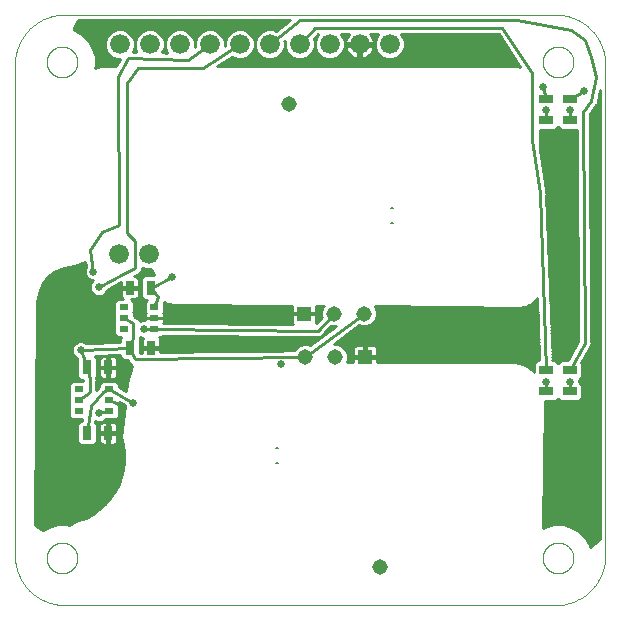
<source format=gtl>
G75*
%MOIN*%
%OFA0B0*%
%FSLAX25Y25*%
%IPPOS*%
%LPD*%
%AMOC8*
5,1,8,0,0,1.08239X$1,22.5*
%
%ADD10C,0.00000*%
%ADD11C,0.06600*%
%ADD12R,0.03150X0.02008*%
%ADD13R,0.03150X0.04724*%
%ADD14R,0.04724X0.03150*%
%ADD15C,0.05150*%
%ADD16R,0.05150X0.05150*%
%ADD17C,0.00800*%
%ADD18C,0.01000*%
%ADD19C,0.02500*%
D10*
X0001000Y0017703D02*
X0001000Y0181147D01*
X0011630Y0182102D02*
X0011632Y0182245D01*
X0011638Y0182388D01*
X0011648Y0182530D01*
X0011662Y0182672D01*
X0011680Y0182814D01*
X0011702Y0182956D01*
X0011727Y0183096D01*
X0011757Y0183236D01*
X0011791Y0183375D01*
X0011828Y0183513D01*
X0011870Y0183650D01*
X0011915Y0183785D01*
X0011964Y0183919D01*
X0012016Y0184052D01*
X0012072Y0184184D01*
X0012132Y0184313D01*
X0012196Y0184441D01*
X0012263Y0184568D01*
X0012334Y0184692D01*
X0012408Y0184814D01*
X0012485Y0184934D01*
X0012566Y0185052D01*
X0012650Y0185168D01*
X0012737Y0185281D01*
X0012827Y0185392D01*
X0012921Y0185500D01*
X0013017Y0185606D01*
X0013116Y0185708D01*
X0013219Y0185808D01*
X0013323Y0185905D01*
X0013431Y0186000D01*
X0013541Y0186091D01*
X0013654Y0186179D01*
X0013769Y0186263D01*
X0013886Y0186345D01*
X0014006Y0186423D01*
X0014127Y0186498D01*
X0014251Y0186570D01*
X0014377Y0186638D01*
X0014504Y0186702D01*
X0014634Y0186763D01*
X0014765Y0186820D01*
X0014897Y0186874D01*
X0015031Y0186923D01*
X0015166Y0186970D01*
X0015303Y0187012D01*
X0015441Y0187050D01*
X0015579Y0187085D01*
X0015719Y0187115D01*
X0015859Y0187142D01*
X0016000Y0187165D01*
X0016142Y0187184D01*
X0016284Y0187199D01*
X0016427Y0187210D01*
X0016569Y0187217D01*
X0016712Y0187220D01*
X0016855Y0187219D01*
X0016998Y0187214D01*
X0017141Y0187205D01*
X0017283Y0187192D01*
X0017425Y0187175D01*
X0017566Y0187154D01*
X0017707Y0187129D01*
X0017847Y0187101D01*
X0017986Y0187068D01*
X0018124Y0187031D01*
X0018261Y0186991D01*
X0018397Y0186947D01*
X0018532Y0186899D01*
X0018665Y0186847D01*
X0018797Y0186792D01*
X0018927Y0186733D01*
X0019056Y0186670D01*
X0019182Y0186604D01*
X0019307Y0186534D01*
X0019430Y0186461D01*
X0019550Y0186385D01*
X0019669Y0186305D01*
X0019785Y0186221D01*
X0019899Y0186135D01*
X0020010Y0186045D01*
X0020119Y0185953D01*
X0020225Y0185857D01*
X0020329Y0185759D01*
X0020430Y0185657D01*
X0020527Y0185553D01*
X0020622Y0185446D01*
X0020714Y0185337D01*
X0020803Y0185225D01*
X0020889Y0185110D01*
X0020971Y0184994D01*
X0021050Y0184874D01*
X0021126Y0184753D01*
X0021198Y0184630D01*
X0021267Y0184505D01*
X0021332Y0184378D01*
X0021394Y0184249D01*
X0021452Y0184118D01*
X0021507Y0183986D01*
X0021557Y0183852D01*
X0021604Y0183717D01*
X0021648Y0183581D01*
X0021687Y0183444D01*
X0021722Y0183305D01*
X0021754Y0183166D01*
X0021782Y0183026D01*
X0021806Y0182885D01*
X0021826Y0182743D01*
X0021842Y0182601D01*
X0021854Y0182459D01*
X0021862Y0182316D01*
X0021866Y0182173D01*
X0021866Y0182031D01*
X0021862Y0181888D01*
X0021854Y0181745D01*
X0021842Y0181603D01*
X0021826Y0181461D01*
X0021806Y0181319D01*
X0021782Y0181178D01*
X0021754Y0181038D01*
X0021722Y0180899D01*
X0021687Y0180760D01*
X0021648Y0180623D01*
X0021604Y0180487D01*
X0021557Y0180352D01*
X0021507Y0180218D01*
X0021452Y0180086D01*
X0021394Y0179955D01*
X0021332Y0179826D01*
X0021267Y0179699D01*
X0021198Y0179574D01*
X0021126Y0179451D01*
X0021050Y0179330D01*
X0020971Y0179210D01*
X0020889Y0179094D01*
X0020803Y0178979D01*
X0020714Y0178867D01*
X0020622Y0178758D01*
X0020527Y0178651D01*
X0020430Y0178547D01*
X0020329Y0178445D01*
X0020225Y0178347D01*
X0020119Y0178251D01*
X0020010Y0178159D01*
X0019899Y0178069D01*
X0019785Y0177983D01*
X0019669Y0177899D01*
X0019550Y0177819D01*
X0019430Y0177743D01*
X0019307Y0177670D01*
X0019182Y0177600D01*
X0019056Y0177534D01*
X0018927Y0177471D01*
X0018797Y0177412D01*
X0018665Y0177357D01*
X0018532Y0177305D01*
X0018397Y0177257D01*
X0018261Y0177213D01*
X0018124Y0177173D01*
X0017986Y0177136D01*
X0017847Y0177103D01*
X0017707Y0177075D01*
X0017566Y0177050D01*
X0017425Y0177029D01*
X0017283Y0177012D01*
X0017141Y0176999D01*
X0016998Y0176990D01*
X0016855Y0176985D01*
X0016712Y0176984D01*
X0016569Y0176987D01*
X0016427Y0176994D01*
X0016284Y0177005D01*
X0016142Y0177020D01*
X0016000Y0177039D01*
X0015859Y0177062D01*
X0015719Y0177089D01*
X0015579Y0177119D01*
X0015441Y0177154D01*
X0015303Y0177192D01*
X0015166Y0177234D01*
X0015031Y0177281D01*
X0014897Y0177330D01*
X0014765Y0177384D01*
X0014634Y0177441D01*
X0014504Y0177502D01*
X0014377Y0177566D01*
X0014251Y0177634D01*
X0014127Y0177706D01*
X0014006Y0177781D01*
X0013886Y0177859D01*
X0013769Y0177941D01*
X0013654Y0178025D01*
X0013541Y0178113D01*
X0013431Y0178204D01*
X0013323Y0178299D01*
X0013219Y0178396D01*
X0013116Y0178496D01*
X0013017Y0178598D01*
X0012921Y0178704D01*
X0012827Y0178812D01*
X0012737Y0178923D01*
X0012650Y0179036D01*
X0012566Y0179152D01*
X0012485Y0179270D01*
X0012408Y0179390D01*
X0012334Y0179512D01*
X0012263Y0179636D01*
X0012196Y0179763D01*
X0012132Y0179891D01*
X0012072Y0180020D01*
X0012016Y0180152D01*
X0011964Y0180285D01*
X0011915Y0180419D01*
X0011870Y0180554D01*
X0011828Y0180691D01*
X0011791Y0180829D01*
X0011757Y0180968D01*
X0011727Y0181108D01*
X0011702Y0181248D01*
X0011680Y0181390D01*
X0011662Y0181532D01*
X0011648Y0181674D01*
X0011638Y0181816D01*
X0011632Y0181959D01*
X0011630Y0182102D01*
X0001000Y0181147D02*
X0001005Y0181557D01*
X0001020Y0181967D01*
X0001045Y0182376D01*
X0001080Y0182784D01*
X0001126Y0183192D01*
X0001181Y0183598D01*
X0001246Y0184003D01*
X0001321Y0184406D01*
X0001406Y0184807D01*
X0001501Y0185205D01*
X0001605Y0185602D01*
X0001719Y0185996D01*
X0001843Y0186386D01*
X0001976Y0186774D01*
X0002119Y0187158D01*
X0002271Y0187539D01*
X0002433Y0187916D01*
X0002604Y0188288D01*
X0002783Y0188657D01*
X0002972Y0189021D01*
X0003170Y0189380D01*
X0003376Y0189734D01*
X0003591Y0190083D01*
X0003815Y0190427D01*
X0004047Y0190765D01*
X0004287Y0191097D01*
X0004535Y0191423D01*
X0004791Y0191743D01*
X0005055Y0192057D01*
X0005327Y0192364D01*
X0005606Y0192664D01*
X0005892Y0192958D01*
X0006186Y0193244D01*
X0006486Y0193523D01*
X0006793Y0193795D01*
X0007107Y0194059D01*
X0007427Y0194315D01*
X0007753Y0194563D01*
X0008085Y0194803D01*
X0008423Y0195035D01*
X0008767Y0195259D01*
X0009116Y0195474D01*
X0009470Y0195680D01*
X0009829Y0195878D01*
X0010193Y0196067D01*
X0010562Y0196246D01*
X0010934Y0196417D01*
X0011311Y0196579D01*
X0011692Y0196731D01*
X0012076Y0196874D01*
X0012464Y0197007D01*
X0012854Y0197131D01*
X0013248Y0197245D01*
X0013645Y0197349D01*
X0014043Y0197444D01*
X0014444Y0197529D01*
X0014847Y0197604D01*
X0015252Y0197669D01*
X0015658Y0197724D01*
X0016066Y0197770D01*
X0016474Y0197805D01*
X0016883Y0197830D01*
X0017293Y0197845D01*
X0017703Y0197850D01*
X0181147Y0197850D01*
X0176984Y0182102D02*
X0176986Y0182245D01*
X0176992Y0182388D01*
X0177002Y0182530D01*
X0177016Y0182672D01*
X0177034Y0182814D01*
X0177056Y0182956D01*
X0177081Y0183096D01*
X0177111Y0183236D01*
X0177145Y0183375D01*
X0177182Y0183513D01*
X0177224Y0183650D01*
X0177269Y0183785D01*
X0177318Y0183919D01*
X0177370Y0184052D01*
X0177426Y0184184D01*
X0177486Y0184313D01*
X0177550Y0184441D01*
X0177617Y0184568D01*
X0177688Y0184692D01*
X0177762Y0184814D01*
X0177839Y0184934D01*
X0177920Y0185052D01*
X0178004Y0185168D01*
X0178091Y0185281D01*
X0178181Y0185392D01*
X0178275Y0185500D01*
X0178371Y0185606D01*
X0178470Y0185708D01*
X0178573Y0185808D01*
X0178677Y0185905D01*
X0178785Y0186000D01*
X0178895Y0186091D01*
X0179008Y0186179D01*
X0179123Y0186263D01*
X0179240Y0186345D01*
X0179360Y0186423D01*
X0179481Y0186498D01*
X0179605Y0186570D01*
X0179731Y0186638D01*
X0179858Y0186702D01*
X0179988Y0186763D01*
X0180119Y0186820D01*
X0180251Y0186874D01*
X0180385Y0186923D01*
X0180520Y0186970D01*
X0180657Y0187012D01*
X0180795Y0187050D01*
X0180933Y0187085D01*
X0181073Y0187115D01*
X0181213Y0187142D01*
X0181354Y0187165D01*
X0181496Y0187184D01*
X0181638Y0187199D01*
X0181781Y0187210D01*
X0181923Y0187217D01*
X0182066Y0187220D01*
X0182209Y0187219D01*
X0182352Y0187214D01*
X0182495Y0187205D01*
X0182637Y0187192D01*
X0182779Y0187175D01*
X0182920Y0187154D01*
X0183061Y0187129D01*
X0183201Y0187101D01*
X0183340Y0187068D01*
X0183478Y0187031D01*
X0183615Y0186991D01*
X0183751Y0186947D01*
X0183886Y0186899D01*
X0184019Y0186847D01*
X0184151Y0186792D01*
X0184281Y0186733D01*
X0184410Y0186670D01*
X0184536Y0186604D01*
X0184661Y0186534D01*
X0184784Y0186461D01*
X0184904Y0186385D01*
X0185023Y0186305D01*
X0185139Y0186221D01*
X0185253Y0186135D01*
X0185364Y0186045D01*
X0185473Y0185953D01*
X0185579Y0185857D01*
X0185683Y0185759D01*
X0185784Y0185657D01*
X0185881Y0185553D01*
X0185976Y0185446D01*
X0186068Y0185337D01*
X0186157Y0185225D01*
X0186243Y0185110D01*
X0186325Y0184994D01*
X0186404Y0184874D01*
X0186480Y0184753D01*
X0186552Y0184630D01*
X0186621Y0184505D01*
X0186686Y0184378D01*
X0186748Y0184249D01*
X0186806Y0184118D01*
X0186861Y0183986D01*
X0186911Y0183852D01*
X0186958Y0183717D01*
X0187002Y0183581D01*
X0187041Y0183444D01*
X0187076Y0183305D01*
X0187108Y0183166D01*
X0187136Y0183026D01*
X0187160Y0182885D01*
X0187180Y0182743D01*
X0187196Y0182601D01*
X0187208Y0182459D01*
X0187216Y0182316D01*
X0187220Y0182173D01*
X0187220Y0182031D01*
X0187216Y0181888D01*
X0187208Y0181745D01*
X0187196Y0181603D01*
X0187180Y0181461D01*
X0187160Y0181319D01*
X0187136Y0181178D01*
X0187108Y0181038D01*
X0187076Y0180899D01*
X0187041Y0180760D01*
X0187002Y0180623D01*
X0186958Y0180487D01*
X0186911Y0180352D01*
X0186861Y0180218D01*
X0186806Y0180086D01*
X0186748Y0179955D01*
X0186686Y0179826D01*
X0186621Y0179699D01*
X0186552Y0179574D01*
X0186480Y0179451D01*
X0186404Y0179330D01*
X0186325Y0179210D01*
X0186243Y0179094D01*
X0186157Y0178979D01*
X0186068Y0178867D01*
X0185976Y0178758D01*
X0185881Y0178651D01*
X0185784Y0178547D01*
X0185683Y0178445D01*
X0185579Y0178347D01*
X0185473Y0178251D01*
X0185364Y0178159D01*
X0185253Y0178069D01*
X0185139Y0177983D01*
X0185023Y0177899D01*
X0184904Y0177819D01*
X0184784Y0177743D01*
X0184661Y0177670D01*
X0184536Y0177600D01*
X0184410Y0177534D01*
X0184281Y0177471D01*
X0184151Y0177412D01*
X0184019Y0177357D01*
X0183886Y0177305D01*
X0183751Y0177257D01*
X0183615Y0177213D01*
X0183478Y0177173D01*
X0183340Y0177136D01*
X0183201Y0177103D01*
X0183061Y0177075D01*
X0182920Y0177050D01*
X0182779Y0177029D01*
X0182637Y0177012D01*
X0182495Y0176999D01*
X0182352Y0176990D01*
X0182209Y0176985D01*
X0182066Y0176984D01*
X0181923Y0176987D01*
X0181781Y0176994D01*
X0181638Y0177005D01*
X0181496Y0177020D01*
X0181354Y0177039D01*
X0181213Y0177062D01*
X0181073Y0177089D01*
X0180933Y0177119D01*
X0180795Y0177154D01*
X0180657Y0177192D01*
X0180520Y0177234D01*
X0180385Y0177281D01*
X0180251Y0177330D01*
X0180119Y0177384D01*
X0179988Y0177441D01*
X0179858Y0177502D01*
X0179731Y0177566D01*
X0179605Y0177634D01*
X0179481Y0177706D01*
X0179360Y0177781D01*
X0179240Y0177859D01*
X0179123Y0177941D01*
X0179008Y0178025D01*
X0178895Y0178113D01*
X0178785Y0178204D01*
X0178677Y0178299D01*
X0178573Y0178396D01*
X0178470Y0178496D01*
X0178371Y0178598D01*
X0178275Y0178704D01*
X0178181Y0178812D01*
X0178091Y0178923D01*
X0178004Y0179036D01*
X0177920Y0179152D01*
X0177839Y0179270D01*
X0177762Y0179390D01*
X0177688Y0179512D01*
X0177617Y0179636D01*
X0177550Y0179763D01*
X0177486Y0179891D01*
X0177426Y0180020D01*
X0177370Y0180152D01*
X0177318Y0180285D01*
X0177269Y0180419D01*
X0177224Y0180554D01*
X0177182Y0180691D01*
X0177145Y0180829D01*
X0177111Y0180968D01*
X0177081Y0181108D01*
X0177056Y0181248D01*
X0177034Y0181390D01*
X0177016Y0181532D01*
X0177002Y0181674D01*
X0176992Y0181816D01*
X0176986Y0181959D01*
X0176984Y0182102D01*
X0181147Y0197850D02*
X0181551Y0197845D01*
X0181954Y0197830D01*
X0182357Y0197806D01*
X0182759Y0197772D01*
X0183160Y0197728D01*
X0183560Y0197675D01*
X0183959Y0197612D01*
X0184356Y0197539D01*
X0184751Y0197456D01*
X0185144Y0197365D01*
X0185535Y0197263D01*
X0185923Y0197153D01*
X0186309Y0197032D01*
X0186691Y0196903D01*
X0187070Y0196765D01*
X0187446Y0196617D01*
X0187818Y0196460D01*
X0188186Y0196295D01*
X0188550Y0196120D01*
X0188909Y0195937D01*
X0189264Y0195745D01*
X0189615Y0195544D01*
X0189960Y0195336D01*
X0190300Y0195119D01*
X0190635Y0194893D01*
X0190965Y0194660D01*
X0191288Y0194419D01*
X0191606Y0194170D01*
X0191918Y0193913D01*
X0192223Y0193649D01*
X0192522Y0193378D01*
X0192814Y0193100D01*
X0193100Y0192814D01*
X0193378Y0192522D01*
X0193649Y0192223D01*
X0193913Y0191918D01*
X0194170Y0191606D01*
X0194419Y0191288D01*
X0194660Y0190965D01*
X0194893Y0190635D01*
X0195119Y0190300D01*
X0195336Y0189960D01*
X0195544Y0189615D01*
X0195745Y0189264D01*
X0195937Y0188909D01*
X0196120Y0188550D01*
X0196295Y0188186D01*
X0196460Y0187818D01*
X0196617Y0187446D01*
X0196765Y0187070D01*
X0196903Y0186691D01*
X0197032Y0186309D01*
X0197153Y0185923D01*
X0197263Y0185535D01*
X0197365Y0185144D01*
X0197456Y0184751D01*
X0197539Y0184356D01*
X0197612Y0183959D01*
X0197675Y0183560D01*
X0197728Y0183160D01*
X0197772Y0182759D01*
X0197806Y0182357D01*
X0197830Y0181954D01*
X0197845Y0181551D01*
X0197850Y0181147D01*
X0197850Y0017703D01*
X0176984Y0016748D02*
X0176986Y0016891D01*
X0176992Y0017034D01*
X0177002Y0017176D01*
X0177016Y0017318D01*
X0177034Y0017460D01*
X0177056Y0017602D01*
X0177081Y0017742D01*
X0177111Y0017882D01*
X0177145Y0018021D01*
X0177182Y0018159D01*
X0177224Y0018296D01*
X0177269Y0018431D01*
X0177318Y0018565D01*
X0177370Y0018698D01*
X0177426Y0018830D01*
X0177486Y0018959D01*
X0177550Y0019087D01*
X0177617Y0019214D01*
X0177688Y0019338D01*
X0177762Y0019460D01*
X0177839Y0019580D01*
X0177920Y0019698D01*
X0178004Y0019814D01*
X0178091Y0019927D01*
X0178181Y0020038D01*
X0178275Y0020146D01*
X0178371Y0020252D01*
X0178470Y0020354D01*
X0178573Y0020454D01*
X0178677Y0020551D01*
X0178785Y0020646D01*
X0178895Y0020737D01*
X0179008Y0020825D01*
X0179123Y0020909D01*
X0179240Y0020991D01*
X0179360Y0021069D01*
X0179481Y0021144D01*
X0179605Y0021216D01*
X0179731Y0021284D01*
X0179858Y0021348D01*
X0179988Y0021409D01*
X0180119Y0021466D01*
X0180251Y0021520D01*
X0180385Y0021569D01*
X0180520Y0021616D01*
X0180657Y0021658D01*
X0180795Y0021696D01*
X0180933Y0021731D01*
X0181073Y0021761D01*
X0181213Y0021788D01*
X0181354Y0021811D01*
X0181496Y0021830D01*
X0181638Y0021845D01*
X0181781Y0021856D01*
X0181923Y0021863D01*
X0182066Y0021866D01*
X0182209Y0021865D01*
X0182352Y0021860D01*
X0182495Y0021851D01*
X0182637Y0021838D01*
X0182779Y0021821D01*
X0182920Y0021800D01*
X0183061Y0021775D01*
X0183201Y0021747D01*
X0183340Y0021714D01*
X0183478Y0021677D01*
X0183615Y0021637D01*
X0183751Y0021593D01*
X0183886Y0021545D01*
X0184019Y0021493D01*
X0184151Y0021438D01*
X0184281Y0021379D01*
X0184410Y0021316D01*
X0184536Y0021250D01*
X0184661Y0021180D01*
X0184784Y0021107D01*
X0184904Y0021031D01*
X0185023Y0020951D01*
X0185139Y0020867D01*
X0185253Y0020781D01*
X0185364Y0020691D01*
X0185473Y0020599D01*
X0185579Y0020503D01*
X0185683Y0020405D01*
X0185784Y0020303D01*
X0185881Y0020199D01*
X0185976Y0020092D01*
X0186068Y0019983D01*
X0186157Y0019871D01*
X0186243Y0019756D01*
X0186325Y0019640D01*
X0186404Y0019520D01*
X0186480Y0019399D01*
X0186552Y0019276D01*
X0186621Y0019151D01*
X0186686Y0019024D01*
X0186748Y0018895D01*
X0186806Y0018764D01*
X0186861Y0018632D01*
X0186911Y0018498D01*
X0186958Y0018363D01*
X0187002Y0018227D01*
X0187041Y0018090D01*
X0187076Y0017951D01*
X0187108Y0017812D01*
X0187136Y0017672D01*
X0187160Y0017531D01*
X0187180Y0017389D01*
X0187196Y0017247D01*
X0187208Y0017105D01*
X0187216Y0016962D01*
X0187220Y0016819D01*
X0187220Y0016677D01*
X0187216Y0016534D01*
X0187208Y0016391D01*
X0187196Y0016249D01*
X0187180Y0016107D01*
X0187160Y0015965D01*
X0187136Y0015824D01*
X0187108Y0015684D01*
X0187076Y0015545D01*
X0187041Y0015406D01*
X0187002Y0015269D01*
X0186958Y0015133D01*
X0186911Y0014998D01*
X0186861Y0014864D01*
X0186806Y0014732D01*
X0186748Y0014601D01*
X0186686Y0014472D01*
X0186621Y0014345D01*
X0186552Y0014220D01*
X0186480Y0014097D01*
X0186404Y0013976D01*
X0186325Y0013856D01*
X0186243Y0013740D01*
X0186157Y0013625D01*
X0186068Y0013513D01*
X0185976Y0013404D01*
X0185881Y0013297D01*
X0185784Y0013193D01*
X0185683Y0013091D01*
X0185579Y0012993D01*
X0185473Y0012897D01*
X0185364Y0012805D01*
X0185253Y0012715D01*
X0185139Y0012629D01*
X0185023Y0012545D01*
X0184904Y0012465D01*
X0184784Y0012389D01*
X0184661Y0012316D01*
X0184536Y0012246D01*
X0184410Y0012180D01*
X0184281Y0012117D01*
X0184151Y0012058D01*
X0184019Y0012003D01*
X0183886Y0011951D01*
X0183751Y0011903D01*
X0183615Y0011859D01*
X0183478Y0011819D01*
X0183340Y0011782D01*
X0183201Y0011749D01*
X0183061Y0011721D01*
X0182920Y0011696D01*
X0182779Y0011675D01*
X0182637Y0011658D01*
X0182495Y0011645D01*
X0182352Y0011636D01*
X0182209Y0011631D01*
X0182066Y0011630D01*
X0181923Y0011633D01*
X0181781Y0011640D01*
X0181638Y0011651D01*
X0181496Y0011666D01*
X0181354Y0011685D01*
X0181213Y0011708D01*
X0181073Y0011735D01*
X0180933Y0011765D01*
X0180795Y0011800D01*
X0180657Y0011838D01*
X0180520Y0011880D01*
X0180385Y0011927D01*
X0180251Y0011976D01*
X0180119Y0012030D01*
X0179988Y0012087D01*
X0179858Y0012148D01*
X0179731Y0012212D01*
X0179605Y0012280D01*
X0179481Y0012352D01*
X0179360Y0012427D01*
X0179240Y0012505D01*
X0179123Y0012587D01*
X0179008Y0012671D01*
X0178895Y0012759D01*
X0178785Y0012850D01*
X0178677Y0012945D01*
X0178573Y0013042D01*
X0178470Y0013142D01*
X0178371Y0013244D01*
X0178275Y0013350D01*
X0178181Y0013458D01*
X0178091Y0013569D01*
X0178004Y0013682D01*
X0177920Y0013798D01*
X0177839Y0013916D01*
X0177762Y0014036D01*
X0177688Y0014158D01*
X0177617Y0014282D01*
X0177550Y0014409D01*
X0177486Y0014537D01*
X0177426Y0014666D01*
X0177370Y0014798D01*
X0177318Y0014931D01*
X0177269Y0015065D01*
X0177224Y0015200D01*
X0177182Y0015337D01*
X0177145Y0015475D01*
X0177111Y0015614D01*
X0177081Y0015754D01*
X0177056Y0015894D01*
X0177034Y0016036D01*
X0177016Y0016178D01*
X0177002Y0016320D01*
X0176992Y0016462D01*
X0176986Y0016605D01*
X0176984Y0016748D01*
X0181147Y0001000D02*
X0181551Y0001005D01*
X0181954Y0001020D01*
X0182357Y0001044D01*
X0182759Y0001078D01*
X0183160Y0001122D01*
X0183560Y0001175D01*
X0183959Y0001238D01*
X0184356Y0001311D01*
X0184751Y0001394D01*
X0185144Y0001485D01*
X0185535Y0001587D01*
X0185923Y0001697D01*
X0186309Y0001818D01*
X0186691Y0001947D01*
X0187070Y0002085D01*
X0187446Y0002233D01*
X0187818Y0002390D01*
X0188186Y0002555D01*
X0188550Y0002730D01*
X0188909Y0002913D01*
X0189264Y0003105D01*
X0189615Y0003306D01*
X0189960Y0003514D01*
X0190300Y0003731D01*
X0190635Y0003957D01*
X0190965Y0004190D01*
X0191288Y0004431D01*
X0191606Y0004680D01*
X0191918Y0004937D01*
X0192223Y0005201D01*
X0192522Y0005472D01*
X0192814Y0005750D01*
X0193100Y0006036D01*
X0193378Y0006328D01*
X0193649Y0006627D01*
X0193913Y0006932D01*
X0194170Y0007244D01*
X0194419Y0007562D01*
X0194660Y0007885D01*
X0194893Y0008215D01*
X0195119Y0008550D01*
X0195336Y0008890D01*
X0195544Y0009235D01*
X0195745Y0009586D01*
X0195937Y0009941D01*
X0196120Y0010300D01*
X0196295Y0010664D01*
X0196460Y0011032D01*
X0196617Y0011404D01*
X0196765Y0011780D01*
X0196903Y0012159D01*
X0197032Y0012541D01*
X0197153Y0012927D01*
X0197263Y0013315D01*
X0197365Y0013706D01*
X0197456Y0014099D01*
X0197539Y0014494D01*
X0197612Y0014891D01*
X0197675Y0015290D01*
X0197728Y0015690D01*
X0197772Y0016091D01*
X0197806Y0016493D01*
X0197830Y0016896D01*
X0197845Y0017299D01*
X0197850Y0017703D01*
X0181147Y0001000D02*
X0017703Y0001000D01*
X0011630Y0016748D02*
X0011632Y0016891D01*
X0011638Y0017034D01*
X0011648Y0017176D01*
X0011662Y0017318D01*
X0011680Y0017460D01*
X0011702Y0017602D01*
X0011727Y0017742D01*
X0011757Y0017882D01*
X0011791Y0018021D01*
X0011828Y0018159D01*
X0011870Y0018296D01*
X0011915Y0018431D01*
X0011964Y0018565D01*
X0012016Y0018698D01*
X0012072Y0018830D01*
X0012132Y0018959D01*
X0012196Y0019087D01*
X0012263Y0019214D01*
X0012334Y0019338D01*
X0012408Y0019460D01*
X0012485Y0019580D01*
X0012566Y0019698D01*
X0012650Y0019814D01*
X0012737Y0019927D01*
X0012827Y0020038D01*
X0012921Y0020146D01*
X0013017Y0020252D01*
X0013116Y0020354D01*
X0013219Y0020454D01*
X0013323Y0020551D01*
X0013431Y0020646D01*
X0013541Y0020737D01*
X0013654Y0020825D01*
X0013769Y0020909D01*
X0013886Y0020991D01*
X0014006Y0021069D01*
X0014127Y0021144D01*
X0014251Y0021216D01*
X0014377Y0021284D01*
X0014504Y0021348D01*
X0014634Y0021409D01*
X0014765Y0021466D01*
X0014897Y0021520D01*
X0015031Y0021569D01*
X0015166Y0021616D01*
X0015303Y0021658D01*
X0015441Y0021696D01*
X0015579Y0021731D01*
X0015719Y0021761D01*
X0015859Y0021788D01*
X0016000Y0021811D01*
X0016142Y0021830D01*
X0016284Y0021845D01*
X0016427Y0021856D01*
X0016569Y0021863D01*
X0016712Y0021866D01*
X0016855Y0021865D01*
X0016998Y0021860D01*
X0017141Y0021851D01*
X0017283Y0021838D01*
X0017425Y0021821D01*
X0017566Y0021800D01*
X0017707Y0021775D01*
X0017847Y0021747D01*
X0017986Y0021714D01*
X0018124Y0021677D01*
X0018261Y0021637D01*
X0018397Y0021593D01*
X0018532Y0021545D01*
X0018665Y0021493D01*
X0018797Y0021438D01*
X0018927Y0021379D01*
X0019056Y0021316D01*
X0019182Y0021250D01*
X0019307Y0021180D01*
X0019430Y0021107D01*
X0019550Y0021031D01*
X0019669Y0020951D01*
X0019785Y0020867D01*
X0019899Y0020781D01*
X0020010Y0020691D01*
X0020119Y0020599D01*
X0020225Y0020503D01*
X0020329Y0020405D01*
X0020430Y0020303D01*
X0020527Y0020199D01*
X0020622Y0020092D01*
X0020714Y0019983D01*
X0020803Y0019871D01*
X0020889Y0019756D01*
X0020971Y0019640D01*
X0021050Y0019520D01*
X0021126Y0019399D01*
X0021198Y0019276D01*
X0021267Y0019151D01*
X0021332Y0019024D01*
X0021394Y0018895D01*
X0021452Y0018764D01*
X0021507Y0018632D01*
X0021557Y0018498D01*
X0021604Y0018363D01*
X0021648Y0018227D01*
X0021687Y0018090D01*
X0021722Y0017951D01*
X0021754Y0017812D01*
X0021782Y0017672D01*
X0021806Y0017531D01*
X0021826Y0017389D01*
X0021842Y0017247D01*
X0021854Y0017105D01*
X0021862Y0016962D01*
X0021866Y0016819D01*
X0021866Y0016677D01*
X0021862Y0016534D01*
X0021854Y0016391D01*
X0021842Y0016249D01*
X0021826Y0016107D01*
X0021806Y0015965D01*
X0021782Y0015824D01*
X0021754Y0015684D01*
X0021722Y0015545D01*
X0021687Y0015406D01*
X0021648Y0015269D01*
X0021604Y0015133D01*
X0021557Y0014998D01*
X0021507Y0014864D01*
X0021452Y0014732D01*
X0021394Y0014601D01*
X0021332Y0014472D01*
X0021267Y0014345D01*
X0021198Y0014220D01*
X0021126Y0014097D01*
X0021050Y0013976D01*
X0020971Y0013856D01*
X0020889Y0013740D01*
X0020803Y0013625D01*
X0020714Y0013513D01*
X0020622Y0013404D01*
X0020527Y0013297D01*
X0020430Y0013193D01*
X0020329Y0013091D01*
X0020225Y0012993D01*
X0020119Y0012897D01*
X0020010Y0012805D01*
X0019899Y0012715D01*
X0019785Y0012629D01*
X0019669Y0012545D01*
X0019550Y0012465D01*
X0019430Y0012389D01*
X0019307Y0012316D01*
X0019182Y0012246D01*
X0019056Y0012180D01*
X0018927Y0012117D01*
X0018797Y0012058D01*
X0018665Y0012003D01*
X0018532Y0011951D01*
X0018397Y0011903D01*
X0018261Y0011859D01*
X0018124Y0011819D01*
X0017986Y0011782D01*
X0017847Y0011749D01*
X0017707Y0011721D01*
X0017566Y0011696D01*
X0017425Y0011675D01*
X0017283Y0011658D01*
X0017141Y0011645D01*
X0016998Y0011636D01*
X0016855Y0011631D01*
X0016712Y0011630D01*
X0016569Y0011633D01*
X0016427Y0011640D01*
X0016284Y0011651D01*
X0016142Y0011666D01*
X0016000Y0011685D01*
X0015859Y0011708D01*
X0015719Y0011735D01*
X0015579Y0011765D01*
X0015441Y0011800D01*
X0015303Y0011838D01*
X0015166Y0011880D01*
X0015031Y0011927D01*
X0014897Y0011976D01*
X0014765Y0012030D01*
X0014634Y0012087D01*
X0014504Y0012148D01*
X0014377Y0012212D01*
X0014251Y0012280D01*
X0014127Y0012352D01*
X0014006Y0012427D01*
X0013886Y0012505D01*
X0013769Y0012587D01*
X0013654Y0012671D01*
X0013541Y0012759D01*
X0013431Y0012850D01*
X0013323Y0012945D01*
X0013219Y0013042D01*
X0013116Y0013142D01*
X0013017Y0013244D01*
X0012921Y0013350D01*
X0012827Y0013458D01*
X0012737Y0013569D01*
X0012650Y0013682D01*
X0012566Y0013798D01*
X0012485Y0013916D01*
X0012408Y0014036D01*
X0012334Y0014158D01*
X0012263Y0014282D01*
X0012196Y0014409D01*
X0012132Y0014537D01*
X0012072Y0014666D01*
X0012016Y0014798D01*
X0011964Y0014931D01*
X0011915Y0015065D01*
X0011870Y0015200D01*
X0011828Y0015337D01*
X0011791Y0015475D01*
X0011757Y0015614D01*
X0011727Y0015754D01*
X0011702Y0015894D01*
X0011680Y0016036D01*
X0011662Y0016178D01*
X0011648Y0016320D01*
X0011638Y0016462D01*
X0011632Y0016605D01*
X0011630Y0016748D01*
X0001000Y0017703D02*
X0001005Y0017293D01*
X0001020Y0016883D01*
X0001045Y0016474D01*
X0001080Y0016066D01*
X0001126Y0015658D01*
X0001181Y0015252D01*
X0001246Y0014847D01*
X0001321Y0014444D01*
X0001406Y0014043D01*
X0001501Y0013645D01*
X0001605Y0013248D01*
X0001719Y0012854D01*
X0001843Y0012464D01*
X0001976Y0012076D01*
X0002119Y0011692D01*
X0002271Y0011311D01*
X0002433Y0010934D01*
X0002604Y0010562D01*
X0002783Y0010193D01*
X0002972Y0009829D01*
X0003170Y0009470D01*
X0003376Y0009116D01*
X0003591Y0008767D01*
X0003815Y0008423D01*
X0004047Y0008085D01*
X0004287Y0007753D01*
X0004535Y0007427D01*
X0004791Y0007107D01*
X0005055Y0006793D01*
X0005327Y0006486D01*
X0005606Y0006186D01*
X0005892Y0005892D01*
X0006186Y0005606D01*
X0006486Y0005327D01*
X0006793Y0005055D01*
X0007107Y0004791D01*
X0007427Y0004535D01*
X0007753Y0004287D01*
X0008085Y0004047D01*
X0008423Y0003815D01*
X0008767Y0003591D01*
X0009116Y0003376D01*
X0009470Y0003170D01*
X0009829Y0002972D01*
X0010193Y0002783D01*
X0010562Y0002604D01*
X0010934Y0002433D01*
X0011311Y0002271D01*
X0011692Y0002119D01*
X0012076Y0001976D01*
X0012464Y0001843D01*
X0012854Y0001719D01*
X0013248Y0001605D01*
X0013645Y0001501D01*
X0014043Y0001406D01*
X0014444Y0001321D01*
X0014847Y0001246D01*
X0015252Y0001181D01*
X0015658Y0001126D01*
X0016066Y0001080D01*
X0016474Y0001045D01*
X0016883Y0001020D01*
X0017293Y0001005D01*
X0017703Y0001000D01*
D11*
X0035764Y0117929D03*
X0045764Y0117929D03*
X0045921Y0187969D03*
X0035921Y0187969D03*
X0055921Y0187969D03*
X0065921Y0187969D03*
X0075921Y0187969D03*
X0085921Y0187969D03*
X0095921Y0187969D03*
X0105921Y0187969D03*
X0115921Y0187969D03*
X0125921Y0187969D03*
D12*
X0047559Y0100453D03*
X0047559Y0096713D03*
X0047559Y0092972D03*
X0037323Y0092972D03*
X0037323Y0096713D03*
X0037323Y0100453D03*
X0032512Y0073094D03*
X0032512Y0069354D03*
X0032512Y0065614D03*
X0022276Y0065614D03*
X0022276Y0069354D03*
X0022276Y0073094D03*
D13*
X0025063Y0080252D03*
X0032150Y0080252D03*
X0039386Y0086768D03*
X0046472Y0086768D03*
X0046472Y0106858D03*
X0039386Y0106858D03*
X0032150Y0058346D03*
X0025063Y0058346D03*
D14*
X0178165Y0072260D03*
X0178165Y0079346D03*
X0186039Y0079346D03*
X0186039Y0072260D03*
X0186039Y0162811D03*
X0186039Y0169898D03*
X0178165Y0169898D03*
X0178165Y0162811D03*
D15*
X0117500Y0098224D03*
X0107500Y0098224D03*
X0107811Y0083776D03*
X0097811Y0083776D03*
X0122811Y0013776D03*
X0092500Y0168224D03*
D16*
X0097500Y0098224D03*
X0117811Y0083776D03*
D17*
X0088900Y0053500D02*
X0088100Y0053500D01*
X0088100Y0048500D02*
X0088900Y0048500D01*
X0126411Y0128500D02*
X0127211Y0128500D01*
X0127211Y0133500D02*
X0126411Y0133500D01*
D18*
X0121131Y0100629D02*
X0169504Y0100213D01*
X0170551Y0100295D01*
X0171572Y0100540D01*
X0172542Y0100942D01*
X0173438Y0101491D01*
X0174237Y0102173D01*
X0174919Y0102972D01*
X0175089Y0103249D01*
X0175844Y0082621D01*
X0175099Y0082621D01*
X0174103Y0081625D01*
X0174103Y0078899D01*
X0173748Y0079255D01*
X0172416Y0080252D01*
X0170956Y0081049D01*
X0169397Y0081630D01*
X0167772Y0081984D01*
X0166113Y0082102D01*
X0121886Y0082102D01*
X0121886Y0083488D01*
X0118098Y0083488D01*
X0118098Y0084063D01*
X0117524Y0084063D01*
X0117524Y0087850D01*
X0115039Y0087850D01*
X0114657Y0087748D01*
X0114315Y0087551D01*
X0114036Y0087271D01*
X0113838Y0086929D01*
X0113736Y0086548D01*
X0113736Y0084063D01*
X0117524Y0084063D01*
X0117524Y0083488D01*
X0113736Y0083488D01*
X0113736Y0082102D01*
X0111745Y0082102D01*
X0112086Y0082925D01*
X0112086Y0084626D01*
X0111435Y0086197D01*
X0110232Y0087400D01*
X0108661Y0088050D01*
X0107355Y0088050D01*
X0115847Y0094282D01*
X0116650Y0093950D01*
X0118350Y0093950D01*
X0119921Y0094600D01*
X0121124Y0095803D01*
X0121775Y0097374D01*
X0121775Y0099075D01*
X0121131Y0100629D01*
X0121453Y0099853D02*
X0175213Y0099853D01*
X0175177Y0100851D02*
X0172323Y0100851D01*
X0173858Y0101850D02*
X0175140Y0101850D01*
X0175104Y0102848D02*
X0174813Y0102848D01*
X0175250Y0098854D02*
X0121775Y0098854D01*
X0121775Y0097856D02*
X0175286Y0097856D01*
X0175323Y0096857D02*
X0121561Y0096857D01*
X0121147Y0095859D02*
X0175359Y0095859D01*
X0175396Y0094860D02*
X0120181Y0094860D01*
X0117500Y0098224D02*
X0097811Y0083776D01*
X0041000Y0083000D01*
X0039386Y0086768D01*
X0023000Y0086000D01*
X0025063Y0080252D01*
X0026000Y0076500D01*
X0026000Y0072000D01*
X0022276Y0069354D01*
X0019001Y0068899D02*
X0008212Y0068899D01*
X0008220Y0069897D02*
X0019001Y0069897D01*
X0019001Y0070896D02*
X0008229Y0070896D01*
X0008237Y0071894D02*
X0019001Y0071894D01*
X0019001Y0071386D02*
X0019163Y0071224D01*
X0019001Y0071062D01*
X0019001Y0067646D01*
X0019163Y0067484D01*
X0019001Y0067322D01*
X0019001Y0063906D01*
X0019997Y0062910D01*
X0023553Y0062910D01*
X0023474Y0062409D01*
X0022784Y0062409D01*
X0021788Y0061413D01*
X0021788Y0055280D01*
X0022784Y0054284D01*
X0027342Y0054284D01*
X0028338Y0055280D01*
X0028338Y0061413D01*
X0027848Y0061902D01*
X0027904Y0062261D01*
X0028413Y0062050D01*
X0029587Y0062050D01*
X0030671Y0062499D01*
X0031082Y0062910D01*
X0034791Y0062910D01*
X0035787Y0063906D01*
X0035787Y0067322D01*
X0035431Y0067678D01*
X0035484Y0067771D01*
X0035587Y0068153D01*
X0035587Y0068788D01*
X0037593Y0067634D01*
X0036433Y0057048D01*
X0037093Y0054461D01*
X0037437Y0051813D01*
X0037459Y0049143D01*
X0037158Y0046490D01*
X0036541Y0043893D01*
X0035614Y0041389D01*
X0034393Y0039015D01*
X0032895Y0036805D01*
X0031141Y0034793D01*
X0029157Y0033006D01*
X0026972Y0031471D01*
X0024618Y0030211D01*
X0022130Y0029244D01*
X0018991Y0027786D01*
X0018228Y0027991D01*
X0015268Y0027991D01*
X0012409Y0027224D01*
X0010284Y0025998D01*
X0009596Y0026320D01*
X0008681Y0026939D01*
X0007874Y0027694D01*
X0008480Y0101542D01*
X0008607Y0103314D01*
X0008985Y0105050D01*
X0009605Y0106714D01*
X0010457Y0108273D01*
X0011521Y0109695D01*
X0012777Y0110951D01*
X0014199Y0112016D01*
X0015758Y0112867D01*
X0017423Y0113488D01*
X0019158Y0113865D01*
X0020930Y0113992D01*
X0024541Y0115401D01*
X0024740Y0113951D01*
X0024696Y0113907D01*
X0024247Y0112823D01*
X0024247Y0111649D01*
X0024696Y0110565D01*
X0025526Y0109735D01*
X0026610Y0109286D01*
X0027114Y0109286D01*
X0026499Y0108671D01*
X0026050Y0107587D01*
X0026050Y0106413D01*
X0026499Y0105329D01*
X0027329Y0104499D01*
X0028413Y0104050D01*
X0029587Y0104050D01*
X0030671Y0104499D01*
X0031501Y0105329D01*
X0031800Y0106051D01*
X0036311Y0108588D01*
X0036311Y0107146D01*
X0039098Y0107146D01*
X0039098Y0106571D01*
X0036311Y0106571D01*
X0036311Y0104299D01*
X0036413Y0103917D01*
X0036611Y0103575D01*
X0036890Y0103296D01*
X0037131Y0103157D01*
X0035044Y0103157D01*
X0034048Y0102161D01*
X0034048Y0098745D01*
X0034210Y0098583D01*
X0034048Y0098421D01*
X0034048Y0095004D01*
X0034210Y0094843D01*
X0034048Y0094681D01*
X0034048Y0091264D01*
X0035044Y0090269D01*
X0036545Y0090269D01*
X0036111Y0089834D01*
X0036111Y0088817D01*
X0024881Y0088291D01*
X0024671Y0088501D01*
X0023587Y0088950D01*
X0022413Y0088950D01*
X0021329Y0088501D01*
X0020499Y0087671D01*
X0020050Y0086587D01*
X0020050Y0085413D01*
X0020499Y0084329D01*
X0021329Y0083499D01*
X0021601Y0083387D01*
X0021788Y0082864D01*
X0021788Y0077186D01*
X0022784Y0076190D01*
X0023800Y0076190D01*
X0023800Y0075798D01*
X0019997Y0075798D01*
X0019001Y0074803D01*
X0019001Y0071386D01*
X0019001Y0072893D02*
X0008245Y0072893D01*
X0008253Y0073891D02*
X0019001Y0073891D01*
X0019088Y0074890D02*
X0008261Y0074890D01*
X0008270Y0075888D02*
X0023800Y0075888D01*
X0022087Y0076887D02*
X0008278Y0076887D01*
X0008286Y0077885D02*
X0021788Y0077885D01*
X0021788Y0078884D02*
X0008294Y0078884D01*
X0008302Y0079882D02*
X0021788Y0079882D01*
X0021788Y0080881D02*
X0008311Y0080881D01*
X0008319Y0081879D02*
X0021788Y0081879D01*
X0021783Y0082878D02*
X0008327Y0082878D01*
X0008335Y0083876D02*
X0020952Y0083876D01*
X0020273Y0084875D02*
X0008343Y0084875D01*
X0008352Y0085873D02*
X0020050Y0085873D01*
X0020168Y0086872D02*
X0008360Y0086872D01*
X0008368Y0087870D02*
X0020699Y0087870D01*
X0022218Y0088869D02*
X0008376Y0088869D01*
X0008384Y0089868D02*
X0036144Y0089868D01*
X0036111Y0088869D02*
X0023782Y0088869D01*
X0027641Y0084015D02*
X0036111Y0084412D01*
X0036111Y0083701D01*
X0037107Y0082706D01*
X0038733Y0082706D01*
X0038806Y0082534D01*
X0038813Y0082059D01*
X0039151Y0081730D01*
X0039337Y0081296D01*
X0039778Y0081119D01*
X0040022Y0080882D01*
X0038433Y0075303D01*
X0038116Y0072409D01*
X0035787Y0073749D01*
X0035787Y0074803D01*
X0034791Y0075798D01*
X0030233Y0075798D01*
X0029237Y0074803D01*
X0029237Y0073891D01*
X0028200Y0073891D01*
X0028648Y0073497D02*
X0028529Y0073094D01*
X0028200Y0072724D01*
X0028200Y0075890D01*
X0028355Y0076149D01*
X0028200Y0076771D01*
X0028200Y0077048D01*
X0028338Y0077186D01*
X0028338Y0083318D01*
X0027641Y0084015D01*
X0027780Y0083876D02*
X0029761Y0083876D01*
X0029654Y0083814D02*
X0029375Y0083535D01*
X0029177Y0083193D01*
X0029075Y0082812D01*
X0029075Y0080539D01*
X0031862Y0080539D01*
X0031862Y0079965D01*
X0029075Y0079965D01*
X0029075Y0077692D01*
X0029177Y0077311D01*
X0029375Y0076969D01*
X0029654Y0076689D01*
X0029996Y0076492D01*
X0030377Y0076390D01*
X0031862Y0076390D01*
X0031862Y0079964D01*
X0032437Y0079964D01*
X0032437Y0076390D01*
X0033922Y0076390D01*
X0034303Y0076492D01*
X0034645Y0076689D01*
X0034925Y0076969D01*
X0035122Y0077311D01*
X0035224Y0077692D01*
X0035224Y0079965D01*
X0032437Y0079965D01*
X0032437Y0080539D01*
X0035224Y0080539D01*
X0035224Y0082812D01*
X0035122Y0083193D01*
X0034925Y0083535D01*
X0034645Y0083814D01*
X0034303Y0084012D01*
X0033922Y0084114D01*
X0032437Y0084114D01*
X0032437Y0080539D01*
X0031862Y0080539D01*
X0031862Y0084114D01*
X0030377Y0084114D01*
X0029996Y0084012D01*
X0029654Y0083814D01*
X0029093Y0082878D02*
X0028338Y0082878D01*
X0028338Y0081879D02*
X0029075Y0081879D01*
X0029075Y0080881D02*
X0028338Y0080881D01*
X0028338Y0079882D02*
X0029075Y0079882D01*
X0029075Y0078884D02*
X0028338Y0078884D01*
X0028338Y0077885D02*
X0029075Y0077885D01*
X0029456Y0076887D02*
X0028200Y0076887D01*
X0028200Y0075888D02*
X0038600Y0075888D01*
X0038388Y0074890D02*
X0035699Y0074890D01*
X0035787Y0073891D02*
X0038278Y0073891D01*
X0038169Y0072893D02*
X0037275Y0072893D01*
X0038884Y0076887D02*
X0034843Y0076887D01*
X0035224Y0077885D02*
X0039169Y0077885D01*
X0039453Y0078884D02*
X0035224Y0078884D01*
X0035224Y0079882D02*
X0039738Y0079882D01*
X0040022Y0080881D02*
X0035224Y0080881D01*
X0035224Y0081879D02*
X0038997Y0081879D01*
X0036934Y0082878D02*
X0035207Y0082878D01*
X0034538Y0083876D02*
X0036111Y0083876D01*
X0039386Y0086768D02*
X0040500Y0090000D01*
X0040500Y0095000D01*
X0037323Y0096713D01*
X0034048Y0096857D02*
X0008442Y0096857D01*
X0008434Y0095859D02*
X0034048Y0095859D01*
X0034192Y0094860D02*
X0008425Y0094860D01*
X0008417Y0093862D02*
X0034048Y0093862D01*
X0034048Y0092863D02*
X0008409Y0092863D01*
X0008401Y0091865D02*
X0034048Y0091865D01*
X0034446Y0090866D02*
X0008393Y0090866D01*
X0008450Y0097856D02*
X0034048Y0097856D01*
X0034048Y0098854D02*
X0008458Y0098854D01*
X0008466Y0099853D02*
X0034048Y0099853D01*
X0034048Y0100851D02*
X0008475Y0100851D01*
X0008502Y0101850D02*
X0034048Y0101850D01*
X0034735Y0102848D02*
X0008574Y0102848D01*
X0008723Y0103847D02*
X0036454Y0103847D01*
X0036311Y0104845D02*
X0031017Y0104845D01*
X0031714Y0105844D02*
X0036311Y0105844D01*
X0036311Y0107841D02*
X0034982Y0107841D01*
X0033207Y0106842D02*
X0039098Y0106842D01*
X0039673Y0106842D02*
X0043198Y0106842D01*
X0042461Y0106571D02*
X0039673Y0106571D01*
X0039673Y0107146D01*
X0042461Y0107146D01*
X0042461Y0109418D01*
X0042358Y0109799D01*
X0042161Y0110141D01*
X0041882Y0110421D01*
X0041540Y0110618D01*
X0041158Y0110720D01*
X0040789Y0110720D01*
X0041606Y0111068D01*
X0042069Y0111068D01*
X0042411Y0111410D01*
X0042857Y0111600D01*
X0043030Y0112029D01*
X0043357Y0112356D01*
X0043357Y0112841D01*
X0043539Y0113290D01*
X0043462Y0113471D01*
X0044769Y0112929D01*
X0046376Y0112929D01*
X0047172Y0111640D01*
X0047486Y0110920D01*
X0044193Y0110920D01*
X0043198Y0109925D01*
X0043198Y0103792D01*
X0044193Y0102796D01*
X0044919Y0102796D01*
X0044284Y0102161D01*
X0044284Y0098745D01*
X0044640Y0098389D01*
X0044586Y0098296D01*
X0044484Y0097914D01*
X0044484Y0096715D01*
X0047557Y0096715D01*
X0047557Y0096711D01*
X0044484Y0096711D01*
X0044484Y0095950D01*
X0043413Y0095950D01*
X0042700Y0095655D01*
X0042700Y0095911D01*
X0042448Y0096163D01*
X0042346Y0096504D01*
X0041828Y0096784D01*
X0041411Y0097200D01*
X0041055Y0097200D01*
X0040598Y0097447D01*
X0040598Y0098421D01*
X0040436Y0098583D01*
X0040598Y0098745D01*
X0040598Y0102161D01*
X0039762Y0102996D01*
X0041158Y0102996D01*
X0041540Y0103098D01*
X0041882Y0103296D01*
X0042161Y0103575D01*
X0042358Y0103917D01*
X0042461Y0104299D01*
X0042461Y0106571D01*
X0042461Y0105844D02*
X0043198Y0105844D01*
X0043198Y0104845D02*
X0042461Y0104845D01*
X0042318Y0103847D02*
X0043198Y0103847D01*
X0044141Y0102848D02*
X0039910Y0102848D01*
X0040598Y0101850D02*
X0044284Y0101850D01*
X0044284Y0100851D02*
X0040598Y0100851D01*
X0040598Y0099853D02*
X0044284Y0099853D01*
X0044284Y0098854D02*
X0040598Y0098854D01*
X0040598Y0097856D02*
X0044484Y0097856D01*
X0044484Y0096857D02*
X0041754Y0096857D01*
X0042700Y0095859D02*
X0043193Y0095859D01*
X0044000Y0093000D02*
X0047559Y0092972D01*
X0102000Y0092500D01*
X0107500Y0098224D01*
X0104007Y0100777D02*
X0103876Y0100646D01*
X0103225Y0099075D01*
X0103225Y0097374D01*
X0103348Y0097078D01*
X0101493Y0095148D01*
X0101575Y0095452D01*
X0101575Y0097937D01*
X0097787Y0097937D01*
X0097787Y0098512D01*
X0101575Y0098512D01*
X0101575Y0100798D01*
X0104007Y0100777D01*
X0103547Y0099853D02*
X0101575Y0099853D01*
X0101575Y0098854D02*
X0103225Y0098854D01*
X0103225Y0097856D02*
X0101575Y0097856D01*
X0101575Y0096857D02*
X0103135Y0096857D01*
X0102176Y0095859D02*
X0101575Y0095859D01*
X0097213Y0097937D02*
X0093425Y0097937D01*
X0093425Y0095452D01*
X0093527Y0095071D01*
X0093700Y0094772D01*
X0050536Y0095147D01*
X0050634Y0095511D01*
X0050634Y0096711D01*
X0047561Y0096711D01*
X0047561Y0096715D01*
X0050634Y0096715D01*
X0050634Y0097914D01*
X0050532Y0098296D01*
X0050478Y0098389D01*
X0050834Y0098745D01*
X0050834Y0102026D01*
X0051095Y0101843D01*
X0051838Y0101496D01*
X0052630Y0101284D01*
X0053447Y0101213D01*
X0093425Y0100868D01*
X0093425Y0098512D01*
X0097213Y0098512D01*
X0097213Y0097937D01*
X0093425Y0097856D02*
X0050634Y0097856D01*
X0050634Y0096857D02*
X0093425Y0096857D01*
X0093425Y0095859D02*
X0050634Y0095859D01*
X0050834Y0098854D02*
X0093425Y0098854D01*
X0093425Y0099853D02*
X0050834Y0099853D01*
X0050834Y0100851D02*
X0093425Y0100851D01*
X0093649Y0094860D02*
X0083563Y0094860D01*
X0090316Y0085873D02*
X0049547Y0085873D01*
X0049547Y0085317D02*
X0049547Y0086480D01*
X0046760Y0086480D01*
X0046760Y0087055D01*
X0049547Y0087055D01*
X0049547Y0089327D01*
X0049445Y0089709D01*
X0049248Y0090051D01*
X0049030Y0090269D01*
X0049838Y0090269D01*
X0050318Y0090748D01*
X0101106Y0090308D01*
X0101133Y0090282D01*
X0102013Y0090300D01*
X0102892Y0090292D01*
X0102918Y0090318D01*
X0102955Y0090319D01*
X0103564Y0090953D01*
X0104192Y0091570D01*
X0104192Y0091606D01*
X0106502Y0094011D01*
X0106650Y0093950D01*
X0107956Y0093950D01*
X0099464Y0087718D01*
X0098661Y0088050D01*
X0096961Y0088050D01*
X0095390Y0087400D01*
X0094187Y0086197D01*
X0094074Y0085925D01*
X0049547Y0085317D01*
X0046760Y0086872D02*
X0094862Y0086872D01*
X0096526Y0087870D02*
X0049547Y0087870D01*
X0049547Y0088869D02*
X0101033Y0088869D01*
X0099673Y0087870D02*
X0099096Y0087870D01*
X0102394Y0089868D02*
X0049353Y0089868D01*
X0046185Y0087055D02*
X0046185Y0086480D01*
X0043398Y0086480D01*
X0043398Y0085233D01*
X0042661Y0085223D01*
X0042661Y0089049D01*
X0042700Y0089089D01*
X0042700Y0089631D01*
X0042877Y0090145D01*
X0042799Y0090304D01*
X0043413Y0090050D01*
X0043697Y0090050D01*
X0043500Y0089709D01*
X0043398Y0089327D01*
X0043398Y0087055D01*
X0046185Y0087055D01*
X0046185Y0086872D02*
X0042661Y0086872D01*
X0042661Y0087870D02*
X0043398Y0087870D01*
X0043398Y0088869D02*
X0042661Y0088869D01*
X0042781Y0089868D02*
X0043591Y0089868D01*
X0043398Y0085873D02*
X0042661Y0085873D01*
X0032437Y0083876D02*
X0031862Y0083876D01*
X0031862Y0082878D02*
X0032437Y0082878D01*
X0032437Y0081879D02*
X0031862Y0081879D01*
X0031862Y0080881D02*
X0032437Y0080881D01*
X0032437Y0079882D02*
X0031862Y0079882D01*
X0031862Y0078884D02*
X0032437Y0078884D01*
X0032437Y0077885D02*
X0031862Y0077885D01*
X0031862Y0076887D02*
X0032437Y0076887D01*
X0029324Y0074890D02*
X0028200Y0074890D01*
X0029237Y0073891D02*
X0029111Y0073749D01*
X0028648Y0073497D01*
X0028350Y0072893D02*
X0028200Y0072893D01*
X0030500Y0072000D02*
X0026500Y0067500D01*
X0025063Y0058346D01*
X0028338Y0057915D02*
X0029075Y0057915D01*
X0029075Y0058059D02*
X0029075Y0055787D01*
X0029177Y0055405D01*
X0029375Y0055063D01*
X0029654Y0054784D01*
X0029996Y0054586D01*
X0030377Y0054484D01*
X0031862Y0054484D01*
X0031862Y0058059D01*
X0029075Y0058059D01*
X0029075Y0058634D02*
X0031862Y0058634D01*
X0031862Y0058059D01*
X0032437Y0058059D01*
X0032437Y0054484D01*
X0033922Y0054484D01*
X0034303Y0054586D01*
X0034645Y0054784D01*
X0034925Y0055063D01*
X0035122Y0055405D01*
X0035224Y0055787D01*
X0035224Y0058059D01*
X0032437Y0058059D01*
X0032437Y0058634D01*
X0031862Y0058634D01*
X0031862Y0062209D01*
X0030377Y0062209D01*
X0029996Y0062106D01*
X0029654Y0061909D01*
X0029375Y0061630D01*
X0029177Y0061288D01*
X0029075Y0060906D01*
X0029075Y0058634D01*
X0029075Y0058914D02*
X0028338Y0058914D01*
X0028338Y0059912D02*
X0029075Y0059912D01*
X0029076Y0060911D02*
X0028338Y0060911D01*
X0027849Y0061909D02*
X0029654Y0061909D01*
X0031080Y0062908D02*
X0037075Y0062908D01*
X0037184Y0063906D02*
X0035787Y0063906D01*
X0035787Y0064905D02*
X0037294Y0064905D01*
X0037403Y0065903D02*
X0035787Y0065903D01*
X0035787Y0066902D02*
X0037513Y0066902D01*
X0037000Y0067500D02*
X0037000Y0068000D01*
X0037130Y0067900D02*
X0035519Y0067900D01*
X0037000Y0067500D02*
X0032512Y0069354D01*
X0030500Y0072000D02*
X0032512Y0073094D01*
X0040500Y0068500D01*
X0036966Y0061909D02*
X0034645Y0061909D01*
X0034303Y0062106D01*
X0033922Y0062209D01*
X0032437Y0062209D01*
X0032437Y0058634D01*
X0035224Y0058634D01*
X0035224Y0060906D01*
X0035122Y0061288D01*
X0034925Y0061630D01*
X0034645Y0061909D01*
X0035223Y0060911D02*
X0036856Y0060911D01*
X0036747Y0059912D02*
X0035224Y0059912D01*
X0035224Y0058914D02*
X0036638Y0058914D01*
X0036528Y0057915D02*
X0035224Y0057915D01*
X0035224Y0056917D02*
X0036466Y0056917D01*
X0036721Y0055918D02*
X0035224Y0055918D01*
X0034781Y0054920D02*
X0036976Y0054920D01*
X0037163Y0053921D02*
X0008089Y0053921D01*
X0008081Y0052923D02*
X0037293Y0052923D01*
X0037422Y0051924D02*
X0008073Y0051924D01*
X0008065Y0050926D02*
X0037444Y0050926D01*
X0037452Y0049927D02*
X0008057Y0049927D01*
X0008048Y0048929D02*
X0037434Y0048929D01*
X0037321Y0047930D02*
X0008040Y0047930D01*
X0008032Y0046932D02*
X0037208Y0046932D01*
X0037026Y0045933D02*
X0008024Y0045933D01*
X0008016Y0044934D02*
X0036788Y0044934D01*
X0036551Y0043936D02*
X0008007Y0043936D01*
X0007999Y0042937D02*
X0036187Y0042937D01*
X0035818Y0041939D02*
X0007991Y0041939D01*
X0007983Y0040940D02*
X0035384Y0040940D01*
X0034870Y0039942D02*
X0007975Y0039942D01*
X0007966Y0038943D02*
X0034345Y0038943D01*
X0033667Y0037945D02*
X0007958Y0037945D01*
X0007950Y0036946D02*
X0032990Y0036946D01*
X0032147Y0035948D02*
X0007942Y0035948D01*
X0007934Y0034949D02*
X0031277Y0034949D01*
X0030206Y0033951D02*
X0007925Y0033951D01*
X0007917Y0032952D02*
X0029081Y0032952D01*
X0027659Y0031954D02*
X0007909Y0031954D01*
X0007901Y0030955D02*
X0026008Y0030955D01*
X0023964Y0029957D02*
X0007893Y0029957D01*
X0007884Y0028958D02*
X0021514Y0028958D01*
X0019365Y0027960D02*
X0018343Y0027960D01*
X0015153Y0027960D02*
X0007876Y0027960D01*
X0008657Y0026961D02*
X0011953Y0026961D01*
X0008098Y0054920D02*
X0022149Y0054920D01*
X0021788Y0055918D02*
X0008106Y0055918D01*
X0008114Y0056917D02*
X0021788Y0056917D01*
X0021788Y0057915D02*
X0008122Y0057915D01*
X0008130Y0058914D02*
X0021788Y0058914D01*
X0021788Y0059912D02*
X0008139Y0059912D01*
X0008147Y0060911D02*
X0021788Y0060911D01*
X0022285Y0061909D02*
X0008155Y0061909D01*
X0008163Y0062908D02*
X0023552Y0062908D01*
X0019001Y0063906D02*
X0008171Y0063906D01*
X0008180Y0064905D02*
X0019001Y0064905D01*
X0019001Y0065903D02*
X0008188Y0065903D01*
X0008196Y0066902D02*
X0019001Y0066902D01*
X0019001Y0067900D02*
X0008204Y0067900D01*
X0029000Y0065000D02*
X0032512Y0065614D01*
X0032437Y0061909D02*
X0031862Y0061909D01*
X0031862Y0060911D02*
X0032437Y0060911D01*
X0032437Y0059912D02*
X0031862Y0059912D01*
X0031862Y0058914D02*
X0032437Y0058914D01*
X0032437Y0057915D02*
X0031862Y0057915D01*
X0031862Y0056917D02*
X0032437Y0056917D01*
X0032437Y0055918D02*
X0031862Y0055918D01*
X0031862Y0054920D02*
X0032437Y0054920D01*
X0029518Y0054920D02*
X0027977Y0054920D01*
X0028338Y0055918D02*
X0029075Y0055918D01*
X0029075Y0056917D02*
X0028338Y0056917D01*
X0047559Y0100453D02*
X0048854Y0103748D01*
X0046472Y0106858D01*
X0053500Y0110500D01*
X0047052Y0111835D02*
X0042952Y0111835D01*
X0043357Y0112833D02*
X0046435Y0112833D01*
X0044109Y0110836D02*
X0041061Y0110836D01*
X0042336Y0109838D02*
X0043198Y0109838D01*
X0043198Y0108839D02*
X0042461Y0108839D01*
X0042461Y0107841D02*
X0043198Y0107841D01*
X0041157Y0113268D02*
X0037000Y0111500D01*
X0029000Y0107000D01*
X0026286Y0105844D02*
X0009281Y0105844D01*
X0008940Y0104845D02*
X0026983Y0104845D01*
X0026050Y0106842D02*
X0009675Y0106842D01*
X0010221Y0107841D02*
X0026155Y0107841D01*
X0026667Y0108839D02*
X0010880Y0108839D01*
X0011664Y0109838D02*
X0025423Y0109838D01*
X0024584Y0110836D02*
X0012662Y0110836D01*
X0013958Y0111835D02*
X0024247Y0111835D01*
X0024251Y0112833D02*
X0015696Y0112833D01*
X0019004Y0113832D02*
X0024665Y0113832D01*
X0024619Y0114830D02*
X0023079Y0114830D01*
X0027197Y0112236D02*
X0026197Y0119504D01*
X0030134Y0125409D01*
X0035646Y0127772D01*
X0035252Y0176984D01*
X0038795Y0183283D01*
X0058874Y0182890D01*
X0065921Y0187969D01*
X0070608Y0189719D02*
X0071234Y0189719D01*
X0070921Y0188963D02*
X0071682Y0190801D01*
X0073089Y0192207D01*
X0074927Y0192968D01*
X0076916Y0192968D01*
X0078754Y0192207D01*
X0080160Y0190801D01*
X0080921Y0188963D01*
X0080921Y0186974D01*
X0080160Y0185136D01*
X0078754Y0183730D01*
X0076916Y0182969D01*
X0074927Y0182969D01*
X0073250Y0183663D01*
X0068535Y0180665D01*
X0169096Y0180665D01*
X0169518Y0180506D01*
X0162323Y0191300D01*
X0129661Y0191300D01*
X0130160Y0190801D01*
X0130921Y0188963D01*
X0130921Y0186974D01*
X0130160Y0185136D01*
X0128754Y0183730D01*
X0126916Y0182969D01*
X0124927Y0182969D01*
X0123089Y0183730D01*
X0121682Y0185136D01*
X0120921Y0186974D01*
X0120921Y0188963D01*
X0121682Y0190801D01*
X0122182Y0191300D01*
X0119378Y0191300D01*
X0119582Y0191095D01*
X0120027Y0190484D01*
X0120370Y0189811D01*
X0120603Y0189093D01*
X0120702Y0188468D01*
X0116421Y0188468D01*
X0116421Y0187469D01*
X0120702Y0187469D01*
X0120603Y0186844D01*
X0120370Y0186126D01*
X0120027Y0185453D01*
X0119582Y0184842D01*
X0119048Y0184307D01*
X0118437Y0183863D01*
X0117764Y0183520D01*
X0117045Y0183287D01*
X0116421Y0183188D01*
X0116421Y0187468D01*
X0115421Y0187468D01*
X0115421Y0183188D01*
X0114797Y0183287D01*
X0114079Y0183520D01*
X0113406Y0183863D01*
X0112794Y0184307D01*
X0112260Y0184842D01*
X0111816Y0185453D01*
X0111473Y0186126D01*
X0111239Y0186844D01*
X0111141Y0187469D01*
X0115421Y0187469D01*
X0115421Y0188468D01*
X0111141Y0188468D01*
X0111239Y0189093D01*
X0111473Y0189811D01*
X0111816Y0190484D01*
X0112260Y0191095D01*
X0112465Y0191300D01*
X0109661Y0191300D01*
X0110160Y0190801D01*
X0110921Y0188963D01*
X0110921Y0186974D01*
X0110160Y0185136D01*
X0108754Y0183730D01*
X0106916Y0182969D01*
X0104927Y0182969D01*
X0103089Y0183730D01*
X0101682Y0185136D01*
X0100921Y0186974D01*
X0100921Y0188963D01*
X0100579Y0189789D01*
X0101967Y0191300D01*
X0102182Y0191300D01*
X0101682Y0190801D01*
X0100921Y0188963D01*
X0100921Y0186974D01*
X0100160Y0185136D01*
X0098754Y0183730D01*
X0096916Y0182969D01*
X0094927Y0182969D01*
X0093089Y0183730D01*
X0091682Y0185136D01*
X0090921Y0186974D01*
X0090921Y0188963D01*
X0090866Y0189096D01*
X0091031Y0189227D01*
X0090921Y0188963D01*
X0090921Y0186974D01*
X0090160Y0185136D01*
X0088754Y0183730D01*
X0086916Y0182969D01*
X0084927Y0182969D01*
X0083089Y0183730D01*
X0081682Y0185136D01*
X0080921Y0186974D01*
X0080921Y0188963D01*
X0081682Y0190801D01*
X0083089Y0192207D01*
X0084927Y0192968D01*
X0086916Y0192968D01*
X0088067Y0192492D01*
X0092659Y0196150D01*
X0022277Y0196150D01*
X0021988Y0195862D01*
X0021431Y0195067D01*
X0021021Y0194187D01*
X0020770Y0193249D01*
X0020720Y0192677D01*
X0021087Y0192579D01*
X0023651Y0191099D01*
X0025744Y0189005D01*
X0027224Y0186442D01*
X0027991Y0183582D01*
X0027991Y0180622D01*
X0027840Y0180060D01*
X0028767Y0180271D01*
X0029753Y0180665D01*
X0034798Y0180665D01*
X0036094Y0182969D01*
X0034927Y0182969D01*
X0033089Y0183730D01*
X0031682Y0185136D01*
X0030921Y0186974D01*
X0030921Y0188963D01*
X0031682Y0190801D01*
X0033089Y0192207D01*
X0034927Y0192968D01*
X0036916Y0192968D01*
X0038754Y0192207D01*
X0040160Y0190801D01*
X0040921Y0188963D01*
X0040921Y0186974D01*
X0040292Y0185455D01*
X0041561Y0185430D01*
X0040921Y0186974D01*
X0040921Y0188963D01*
X0041682Y0190801D01*
X0043089Y0192207D01*
X0044927Y0192968D01*
X0046916Y0192968D01*
X0048754Y0192207D01*
X0050160Y0190801D01*
X0050921Y0188963D01*
X0050921Y0186974D01*
X0050211Y0185260D01*
X0051643Y0185232D01*
X0050921Y0186974D01*
X0050921Y0188963D01*
X0051682Y0190801D01*
X0053089Y0192207D01*
X0054927Y0192968D01*
X0056916Y0192968D01*
X0058754Y0192207D01*
X0060160Y0190801D01*
X0060921Y0188963D01*
X0060921Y0187077D01*
X0060921Y0187077D01*
X0060921Y0188963D01*
X0061682Y0190801D01*
X0063089Y0192207D01*
X0064927Y0192968D01*
X0066916Y0192968D01*
X0068754Y0192207D01*
X0070160Y0190801D01*
X0070921Y0188963D01*
X0070921Y0187397D01*
X0070921Y0187397D01*
X0070921Y0188963D01*
X0070921Y0188720D02*
X0070921Y0188720D01*
X0070921Y0187722D02*
X0070921Y0187722D01*
X0070195Y0190717D02*
X0071648Y0190717D01*
X0072597Y0191716D02*
X0069245Y0191716D01*
X0067530Y0192714D02*
X0074313Y0192714D01*
X0077530Y0192714D02*
X0084313Y0192714D01*
X0082597Y0191716D02*
X0079245Y0191716D01*
X0080195Y0190717D02*
X0081648Y0190717D01*
X0081234Y0189719D02*
X0080608Y0189719D01*
X0080921Y0188720D02*
X0080921Y0188720D01*
X0080921Y0187722D02*
X0080921Y0187722D01*
X0080817Y0186723D02*
X0081025Y0186723D01*
X0081439Y0185725D02*
X0080404Y0185725D01*
X0079750Y0184726D02*
X0082093Y0184726D01*
X0083094Y0183728D02*
X0078748Y0183728D01*
X0075921Y0187969D02*
X0063598Y0180134D01*
X0041945Y0180134D01*
X0038402Y0175016D01*
X0038402Y0125016D01*
X0041157Y0122260D01*
X0041157Y0113268D01*
X0050834Y0101850D02*
X0051085Y0101850D01*
X0103481Y0090866D02*
X0103754Y0090866D01*
X0104440Y0091865D02*
X0105115Y0091865D01*
X0105400Y0092863D02*
X0106476Y0092863D01*
X0106359Y0093862D02*
X0107836Y0093862D01*
X0109831Y0089868D02*
X0175579Y0089868D01*
X0175542Y0090866D02*
X0111191Y0090866D01*
X0112552Y0091865D02*
X0175506Y0091865D01*
X0175469Y0092863D02*
X0113913Y0092863D01*
X0115273Y0093862D02*
X0175433Y0093862D01*
X0179835Y0093862D02*
X0188765Y0093862D01*
X0188759Y0094860D02*
X0179799Y0094860D01*
X0179762Y0095859D02*
X0188752Y0095859D01*
X0188746Y0096857D02*
X0179726Y0096857D01*
X0179689Y0097856D02*
X0188739Y0097856D01*
X0188733Y0098854D02*
X0179653Y0098854D01*
X0179616Y0099853D02*
X0188726Y0099853D01*
X0188720Y0100851D02*
X0179580Y0100851D01*
X0179543Y0101850D02*
X0188713Y0101850D01*
X0188706Y0102848D02*
X0179507Y0102848D01*
X0179470Y0103847D02*
X0188700Y0103847D01*
X0188693Y0104845D02*
X0179433Y0104845D01*
X0179397Y0105844D02*
X0188687Y0105844D01*
X0188680Y0106842D02*
X0179360Y0106842D01*
X0179324Y0107841D02*
X0188674Y0107841D01*
X0188667Y0108839D02*
X0179287Y0108839D01*
X0179251Y0109838D02*
X0188661Y0109838D01*
X0188654Y0110836D02*
X0179214Y0110836D01*
X0179178Y0111835D02*
X0188648Y0111835D01*
X0188641Y0112833D02*
X0179141Y0112833D01*
X0179104Y0113832D02*
X0188635Y0113832D01*
X0188628Y0114830D02*
X0179068Y0114830D01*
X0179031Y0115829D02*
X0188622Y0115829D01*
X0188615Y0116827D02*
X0178995Y0116827D01*
X0178958Y0117826D02*
X0188609Y0117826D01*
X0188602Y0118824D02*
X0178922Y0118824D01*
X0178885Y0119823D02*
X0188596Y0119823D01*
X0188589Y0120821D02*
X0178849Y0120821D01*
X0178812Y0121820D02*
X0188583Y0121820D01*
X0188576Y0122818D02*
X0178775Y0122818D01*
X0178739Y0123817D02*
X0188570Y0123817D01*
X0188563Y0124815D02*
X0178702Y0124815D01*
X0178666Y0125814D02*
X0188557Y0125814D01*
X0188550Y0126812D02*
X0178629Y0126812D01*
X0178593Y0127811D02*
X0188544Y0127811D01*
X0188537Y0128809D02*
X0178556Y0128809D01*
X0178520Y0129808D02*
X0188531Y0129808D01*
X0188524Y0130806D02*
X0178483Y0130806D01*
X0178447Y0131805D02*
X0188518Y0131805D01*
X0188511Y0132803D02*
X0178410Y0132803D01*
X0178373Y0133802D02*
X0188505Y0133802D01*
X0188498Y0134801D02*
X0178337Y0134801D01*
X0178300Y0135799D02*
X0188492Y0135799D01*
X0188485Y0136798D02*
X0178264Y0136798D01*
X0178227Y0137796D02*
X0188479Y0137796D01*
X0188472Y0138795D02*
X0178191Y0138795D01*
X0178194Y0138696D02*
X0178165Y0139491D01*
X0178068Y0139582D01*
X0176197Y0152678D01*
X0176197Y0159536D01*
X0181232Y0159536D01*
X0182102Y0160407D01*
X0182973Y0159536D01*
X0188337Y0159536D01*
X0188796Y0089051D01*
X0185312Y0082621D01*
X0182973Y0082621D01*
X0182102Y0081751D01*
X0181232Y0082621D01*
X0180247Y0082621D01*
X0178227Y0137803D01*
X0178307Y0137909D01*
X0178194Y0138696D01*
X0178038Y0139793D02*
X0188466Y0139793D01*
X0188459Y0140792D02*
X0177895Y0140792D01*
X0177752Y0141790D02*
X0188453Y0141790D01*
X0188446Y0142789D02*
X0177610Y0142789D01*
X0177467Y0143787D02*
X0188440Y0143787D01*
X0188433Y0144786D02*
X0177324Y0144786D01*
X0177182Y0145784D02*
X0188427Y0145784D01*
X0188420Y0146783D02*
X0177039Y0146783D01*
X0176896Y0147781D02*
X0188414Y0147781D01*
X0188407Y0148780D02*
X0176754Y0148780D01*
X0176611Y0149778D02*
X0188401Y0149778D01*
X0188394Y0150777D02*
X0176469Y0150777D01*
X0176326Y0151775D02*
X0188388Y0151775D01*
X0188381Y0152774D02*
X0176197Y0152774D01*
X0176197Y0153772D02*
X0188375Y0153772D01*
X0188368Y0154771D02*
X0176197Y0154771D01*
X0176197Y0155769D02*
X0188362Y0155769D01*
X0188355Y0156768D02*
X0176197Y0156768D01*
X0176197Y0157766D02*
X0188349Y0157766D01*
X0188342Y0158765D02*
X0176197Y0158765D01*
X0173500Y0156000D02*
X0176000Y0138500D01*
X0178165Y0079346D01*
X0178165Y0075409D02*
X0178165Y0072260D01*
X0177751Y0068985D02*
X0181232Y0068985D01*
X0182102Y0069856D01*
X0182973Y0068985D01*
X0189106Y0068985D01*
X0190102Y0069981D01*
X0190102Y0074539D01*
X0189106Y0075535D01*
X0188989Y0075535D01*
X0188989Y0075996D01*
X0188958Y0076072D01*
X0189106Y0076072D01*
X0190102Y0077067D01*
X0190102Y0081625D01*
X0189891Y0081836D01*
X0192785Y0087177D01*
X0193206Y0087603D01*
X0193204Y0087949D01*
X0193368Y0088253D01*
X0193198Y0088827D01*
X0192704Y0164585D01*
X0194794Y0167613D01*
X0195207Y0167894D01*
X0195291Y0168333D01*
X0195545Y0168701D01*
X0195455Y0169193D01*
X0196150Y0172841D01*
X0196150Y0023153D01*
X0194490Y0021693D01*
X0192732Y0020515D01*
X0192579Y0021087D01*
X0191099Y0023651D01*
X0189005Y0025744D01*
X0186442Y0027224D01*
X0183582Y0027991D01*
X0180622Y0027991D01*
X0177763Y0027224D01*
X0177164Y0026879D01*
X0177751Y0068985D01*
X0177750Y0068899D02*
X0196150Y0068899D01*
X0196150Y0069897D02*
X0190018Y0069897D01*
X0190102Y0070896D02*
X0196150Y0070896D01*
X0196150Y0071894D02*
X0190102Y0071894D01*
X0190102Y0072893D02*
X0196150Y0072893D01*
X0196150Y0073891D02*
X0190102Y0073891D01*
X0189751Y0074890D02*
X0196150Y0074890D01*
X0196150Y0075888D02*
X0188989Y0075888D01*
X0189921Y0076887D02*
X0196150Y0076887D01*
X0196150Y0077885D02*
X0190102Y0077885D01*
X0190102Y0078884D02*
X0196150Y0078884D01*
X0196150Y0079882D02*
X0190102Y0079882D01*
X0190102Y0080881D02*
X0196150Y0080881D01*
X0196150Y0081879D02*
X0189914Y0081879D01*
X0190455Y0082878D02*
X0196150Y0082878D01*
X0196150Y0083876D02*
X0190997Y0083876D01*
X0191538Y0084875D02*
X0196150Y0084875D01*
X0196150Y0085873D02*
X0192079Y0085873D01*
X0192620Y0086872D02*
X0196150Y0086872D01*
X0196150Y0087870D02*
X0193204Y0087870D01*
X0193198Y0088869D02*
X0196150Y0088869D01*
X0196150Y0089868D02*
X0193191Y0089868D01*
X0193185Y0090866D02*
X0196150Y0090866D01*
X0196150Y0091865D02*
X0193178Y0091865D01*
X0193172Y0092863D02*
X0196150Y0092863D01*
X0196150Y0093862D02*
X0193165Y0093862D01*
X0193159Y0094860D02*
X0196150Y0094860D01*
X0196150Y0095859D02*
X0193152Y0095859D01*
X0193146Y0096857D02*
X0196150Y0096857D01*
X0196150Y0097856D02*
X0193139Y0097856D01*
X0193133Y0098854D02*
X0196150Y0098854D01*
X0196150Y0099853D02*
X0193126Y0099853D01*
X0193120Y0100851D02*
X0196150Y0100851D01*
X0196150Y0101850D02*
X0193113Y0101850D01*
X0193107Y0102848D02*
X0196150Y0102848D01*
X0196150Y0103847D02*
X0193100Y0103847D01*
X0193094Y0104845D02*
X0196150Y0104845D01*
X0196150Y0105844D02*
X0193087Y0105844D01*
X0193081Y0106842D02*
X0196150Y0106842D01*
X0196150Y0107841D02*
X0193074Y0107841D01*
X0193068Y0108839D02*
X0196150Y0108839D01*
X0196150Y0109838D02*
X0193061Y0109838D01*
X0193055Y0110836D02*
X0196150Y0110836D01*
X0196150Y0111835D02*
X0193048Y0111835D01*
X0193042Y0112833D02*
X0196150Y0112833D01*
X0196150Y0113832D02*
X0193035Y0113832D01*
X0193029Y0114830D02*
X0196150Y0114830D01*
X0196150Y0115829D02*
X0193022Y0115829D01*
X0193016Y0116827D02*
X0196150Y0116827D01*
X0196150Y0117826D02*
X0193009Y0117826D01*
X0193003Y0118824D02*
X0196150Y0118824D01*
X0196150Y0119823D02*
X0192996Y0119823D01*
X0192990Y0120821D02*
X0196150Y0120821D01*
X0196150Y0121820D02*
X0192983Y0121820D01*
X0192977Y0122818D02*
X0196150Y0122818D01*
X0196150Y0123817D02*
X0192970Y0123817D01*
X0192963Y0124815D02*
X0196150Y0124815D01*
X0196150Y0125814D02*
X0192957Y0125814D01*
X0192950Y0126812D02*
X0196150Y0126812D01*
X0196150Y0127811D02*
X0192944Y0127811D01*
X0192937Y0128809D02*
X0196150Y0128809D01*
X0196150Y0129808D02*
X0192931Y0129808D01*
X0192924Y0130806D02*
X0196150Y0130806D01*
X0196150Y0131805D02*
X0192918Y0131805D01*
X0192911Y0132803D02*
X0196150Y0132803D01*
X0196150Y0133802D02*
X0192905Y0133802D01*
X0192898Y0134801D02*
X0196150Y0134801D01*
X0196150Y0135799D02*
X0192892Y0135799D01*
X0192885Y0136798D02*
X0196150Y0136798D01*
X0196150Y0137796D02*
X0192879Y0137796D01*
X0192872Y0138795D02*
X0196150Y0138795D01*
X0196150Y0139793D02*
X0192866Y0139793D01*
X0192859Y0140792D02*
X0196150Y0140792D01*
X0196150Y0141790D02*
X0192853Y0141790D01*
X0192846Y0142789D02*
X0196150Y0142789D01*
X0196150Y0143787D02*
X0192840Y0143787D01*
X0192833Y0144786D02*
X0196150Y0144786D01*
X0196150Y0145784D02*
X0192827Y0145784D01*
X0192820Y0146783D02*
X0196150Y0146783D01*
X0196150Y0147781D02*
X0192814Y0147781D01*
X0192807Y0148780D02*
X0196150Y0148780D01*
X0196150Y0149778D02*
X0192801Y0149778D01*
X0192794Y0150777D02*
X0196150Y0150777D01*
X0196150Y0151775D02*
X0192788Y0151775D01*
X0192781Y0152774D02*
X0196150Y0152774D01*
X0196150Y0153772D02*
X0192775Y0153772D01*
X0192768Y0154771D02*
X0196150Y0154771D01*
X0196150Y0155769D02*
X0192762Y0155769D01*
X0192755Y0156768D02*
X0196150Y0156768D01*
X0196150Y0157766D02*
X0192749Y0157766D01*
X0192742Y0158765D02*
X0196150Y0158765D01*
X0196150Y0159763D02*
X0192736Y0159763D01*
X0192729Y0160762D02*
X0196150Y0160762D01*
X0196150Y0161760D02*
X0192723Y0161760D01*
X0192716Y0162759D02*
X0196150Y0162759D01*
X0196150Y0163757D02*
X0192710Y0163757D01*
X0192822Y0164756D02*
X0196150Y0164756D01*
X0196150Y0165754D02*
X0193511Y0165754D01*
X0194200Y0166753D02*
X0196150Y0166753D01*
X0196150Y0167751D02*
X0194998Y0167751D01*
X0195536Y0168750D02*
X0196150Y0168750D01*
X0196150Y0169748D02*
X0195561Y0169748D01*
X0195751Y0170747D02*
X0196150Y0170747D01*
X0196150Y0171745D02*
X0195941Y0171745D01*
X0196132Y0172744D02*
X0196150Y0172744D01*
X0194701Y0176984D02*
X0193217Y0169201D01*
X0190500Y0165264D01*
X0191000Y0088500D01*
X0186039Y0079346D01*
X0185451Y0082878D02*
X0180238Y0082878D01*
X0180201Y0083876D02*
X0185992Y0083876D01*
X0186533Y0084875D02*
X0180164Y0084875D01*
X0180128Y0085873D02*
X0187074Y0085873D01*
X0187615Y0086872D02*
X0180091Y0086872D01*
X0180055Y0087870D02*
X0188157Y0087870D01*
X0188698Y0088869D02*
X0180018Y0088869D01*
X0179982Y0089868D02*
X0188791Y0089868D01*
X0188785Y0090866D02*
X0179945Y0090866D01*
X0179909Y0091865D02*
X0188778Y0091865D01*
X0188772Y0092863D02*
X0179872Y0092863D01*
X0175615Y0088869D02*
X0108470Y0088869D01*
X0109096Y0087870D02*
X0175652Y0087870D01*
X0175688Y0086872D02*
X0121799Y0086872D01*
X0121784Y0086929D02*
X0121586Y0087271D01*
X0121307Y0087551D01*
X0120965Y0087748D01*
X0120583Y0087850D01*
X0118098Y0087850D01*
X0118098Y0084063D01*
X0121886Y0084063D01*
X0121886Y0086548D01*
X0121784Y0086929D01*
X0121886Y0085873D02*
X0175725Y0085873D01*
X0175762Y0084875D02*
X0121886Y0084875D01*
X0121886Y0082878D02*
X0175835Y0082878D01*
X0175798Y0083876D02*
X0118098Y0083876D01*
X0117524Y0083876D02*
X0112086Y0083876D01*
X0112066Y0082878D02*
X0113736Y0082878D01*
X0113736Y0084875D02*
X0111983Y0084875D01*
X0111569Y0085873D02*
X0113736Y0085873D01*
X0113823Y0086872D02*
X0110760Y0086872D01*
X0117524Y0086872D02*
X0118098Y0086872D01*
X0118098Y0085873D02*
X0117524Y0085873D01*
X0117524Y0084875D02*
X0118098Y0084875D01*
X0168251Y0081879D02*
X0174357Y0081879D01*
X0174103Y0080881D02*
X0171263Y0080881D01*
X0172909Y0079882D02*
X0174103Y0079882D01*
X0181974Y0081879D02*
X0182231Y0081879D01*
X0186039Y0075409D02*
X0186039Y0072260D01*
X0177736Y0067900D02*
X0196150Y0067900D01*
X0196150Y0066902D02*
X0177722Y0066902D01*
X0177708Y0065903D02*
X0196150Y0065903D01*
X0196150Y0064905D02*
X0177694Y0064905D01*
X0177680Y0063906D02*
X0196150Y0063906D01*
X0196150Y0062908D02*
X0177667Y0062908D01*
X0177653Y0061909D02*
X0196150Y0061909D01*
X0196150Y0060911D02*
X0177639Y0060911D01*
X0177625Y0059912D02*
X0196150Y0059912D01*
X0196150Y0058914D02*
X0177611Y0058914D01*
X0177597Y0057915D02*
X0196150Y0057915D01*
X0196150Y0056917D02*
X0177583Y0056917D01*
X0177569Y0055918D02*
X0196150Y0055918D01*
X0196150Y0054920D02*
X0177555Y0054920D01*
X0177541Y0053921D02*
X0196150Y0053921D01*
X0196150Y0052923D02*
X0177527Y0052923D01*
X0177513Y0051924D02*
X0196150Y0051924D01*
X0196150Y0050926D02*
X0177499Y0050926D01*
X0177485Y0049927D02*
X0196150Y0049927D01*
X0196150Y0048929D02*
X0177472Y0048929D01*
X0177458Y0047930D02*
X0196150Y0047930D01*
X0196150Y0046932D02*
X0177444Y0046932D01*
X0177430Y0045933D02*
X0196150Y0045933D01*
X0196150Y0044934D02*
X0177416Y0044934D01*
X0177402Y0043936D02*
X0196150Y0043936D01*
X0196150Y0042937D02*
X0177388Y0042937D01*
X0177374Y0041939D02*
X0196150Y0041939D01*
X0196150Y0040940D02*
X0177360Y0040940D01*
X0177346Y0039942D02*
X0196150Y0039942D01*
X0196150Y0038943D02*
X0177332Y0038943D01*
X0177318Y0037945D02*
X0196150Y0037945D01*
X0196150Y0036946D02*
X0177304Y0036946D01*
X0177290Y0035948D02*
X0196150Y0035948D01*
X0196150Y0034949D02*
X0177277Y0034949D01*
X0177263Y0033951D02*
X0196150Y0033951D01*
X0196150Y0032952D02*
X0177249Y0032952D01*
X0177235Y0031954D02*
X0196150Y0031954D01*
X0196150Y0030955D02*
X0177221Y0030955D01*
X0177207Y0029957D02*
X0196150Y0029957D01*
X0196150Y0028958D02*
X0177193Y0028958D01*
X0177179Y0027960D02*
X0180508Y0027960D01*
X0183697Y0027960D02*
X0196150Y0027960D01*
X0196150Y0026961D02*
X0186898Y0026961D01*
X0188627Y0025963D02*
X0196150Y0025963D01*
X0196150Y0024964D02*
X0189785Y0024964D01*
X0190784Y0023966D02*
X0196150Y0023966D01*
X0195939Y0022967D02*
X0191493Y0022967D01*
X0192070Y0021969D02*
X0194804Y0021969D01*
X0193412Y0020970D02*
X0192610Y0020970D01*
X0177307Y0026961D02*
X0177165Y0026961D01*
X0173500Y0156000D02*
X0173500Y0178500D01*
X0163500Y0193500D01*
X0101000Y0193500D01*
X0095921Y0187969D01*
X0100608Y0189719D02*
X0101234Y0189719D01*
X0101432Y0190717D02*
X0101648Y0190717D01*
X0100921Y0188720D02*
X0100921Y0188720D01*
X0100921Y0187722D02*
X0100921Y0187722D01*
X0100817Y0186723D02*
X0101025Y0186723D01*
X0101439Y0185725D02*
X0100404Y0185725D01*
X0099750Y0184726D02*
X0102093Y0184726D01*
X0103094Y0183728D02*
X0098748Y0183728D01*
X0093094Y0183728D02*
X0088748Y0183728D01*
X0089750Y0184726D02*
X0092093Y0184726D01*
X0091439Y0185725D02*
X0090404Y0185725D01*
X0090817Y0186723D02*
X0091025Y0186723D01*
X0090921Y0187722D02*
X0090921Y0187722D01*
X0090921Y0188720D02*
X0090921Y0188720D01*
X0088346Y0192714D02*
X0087530Y0192714D01*
X0089600Y0193713D02*
X0020894Y0193713D01*
X0020723Y0192714D02*
X0034313Y0192714D01*
X0032597Y0191716D02*
X0022582Y0191716D01*
X0024033Y0190717D02*
X0031648Y0190717D01*
X0031234Y0189719D02*
X0025031Y0189719D01*
X0025909Y0188720D02*
X0030921Y0188720D01*
X0030921Y0187722D02*
X0026485Y0187722D01*
X0027062Y0186723D02*
X0031025Y0186723D01*
X0031439Y0185725D02*
X0027417Y0185725D01*
X0027684Y0184726D02*
X0032093Y0184726D01*
X0033094Y0183728D02*
X0027952Y0183728D01*
X0027991Y0182729D02*
X0035959Y0182729D01*
X0035398Y0181731D02*
X0027991Y0181731D01*
X0027991Y0180732D02*
X0034836Y0180732D01*
X0040404Y0185725D02*
X0041439Y0185725D01*
X0041025Y0186723D02*
X0040817Y0186723D01*
X0040921Y0187722D02*
X0040921Y0187722D01*
X0040921Y0188720D02*
X0040921Y0188720D01*
X0040608Y0189719D02*
X0041234Y0189719D01*
X0041648Y0190717D02*
X0040195Y0190717D01*
X0039245Y0191716D02*
X0042597Y0191716D01*
X0044313Y0192714D02*
X0037530Y0192714D01*
X0047530Y0192714D02*
X0054313Y0192714D01*
X0052597Y0191716D02*
X0049245Y0191716D01*
X0050195Y0190717D02*
X0051648Y0190717D01*
X0051234Y0189719D02*
X0050608Y0189719D01*
X0050921Y0188720D02*
X0050921Y0188720D01*
X0050921Y0187722D02*
X0050921Y0187722D01*
X0050817Y0186723D02*
X0051025Y0186723D01*
X0051439Y0185725D02*
X0050404Y0185725D01*
X0057530Y0192714D02*
X0064313Y0192714D01*
X0062597Y0191716D02*
X0059245Y0191716D01*
X0060195Y0190717D02*
X0061648Y0190717D01*
X0061234Y0189719D02*
X0060608Y0189719D01*
X0060921Y0188720D02*
X0060921Y0188720D01*
X0060921Y0187722D02*
X0060921Y0187722D01*
X0068640Y0180732D02*
X0169368Y0180732D01*
X0168702Y0181731D02*
X0070210Y0181731D01*
X0071781Y0182729D02*
X0168037Y0182729D01*
X0167371Y0183728D02*
X0128748Y0183728D01*
X0129750Y0184726D02*
X0166705Y0184726D01*
X0166040Y0185725D02*
X0130404Y0185725D01*
X0130817Y0186723D02*
X0165374Y0186723D01*
X0164708Y0187722D02*
X0130921Y0187722D01*
X0130921Y0188720D02*
X0164043Y0188720D01*
X0163377Y0189719D02*
X0130608Y0189719D01*
X0130195Y0190717D02*
X0162711Y0190717D01*
X0168500Y0196000D02*
X0186433Y0192732D01*
X0191024Y0189323D01*
X0192992Y0183831D01*
X0194701Y0176984D01*
X0190768Y0172350D02*
X0186039Y0169898D01*
X0186039Y0165961D02*
X0186039Y0162811D01*
X0182746Y0159763D02*
X0181459Y0159763D01*
X0178165Y0162811D02*
X0178165Y0165961D01*
X0178165Y0169898D02*
X0176925Y0173894D01*
X0168500Y0196000D02*
X0096000Y0196000D01*
X0085921Y0187969D01*
X0090853Y0194711D02*
X0021265Y0194711D01*
X0021881Y0195710D02*
X0092106Y0195710D01*
X0108748Y0183728D02*
X0113672Y0183728D01*
X0112375Y0184726D02*
X0109750Y0184726D01*
X0110404Y0185725D02*
X0111677Y0185725D01*
X0111279Y0186723D02*
X0110817Y0186723D01*
X0110921Y0187722D02*
X0115421Y0187722D01*
X0115421Y0186723D02*
X0116421Y0186723D01*
X0116421Y0185725D02*
X0115421Y0185725D01*
X0115421Y0184726D02*
X0116421Y0184726D01*
X0116421Y0183728D02*
X0115421Y0183728D01*
X0118171Y0183728D02*
X0123094Y0183728D01*
X0122093Y0184726D02*
X0119467Y0184726D01*
X0120165Y0185725D02*
X0121439Y0185725D01*
X0121025Y0186723D02*
X0120564Y0186723D01*
X0120921Y0187722D02*
X0116421Y0187722D01*
X0120662Y0188720D02*
X0120921Y0188720D01*
X0121234Y0189719D02*
X0120400Y0189719D01*
X0119857Y0190717D02*
X0121648Y0190717D01*
X0111985Y0190717D02*
X0110195Y0190717D01*
X0110608Y0189719D02*
X0111443Y0189719D01*
X0111180Y0188720D02*
X0110921Y0188720D01*
D19*
X0176925Y0173894D03*
X0178165Y0165961D03*
X0186039Y0165961D03*
X0190768Y0172350D03*
X0182102Y0134858D03*
X0182102Y0126984D03*
X0182102Y0119110D03*
X0182102Y0111236D03*
X0150606Y0091551D03*
X0142732Y0091551D03*
X0134858Y0091551D03*
X0089811Y0081299D03*
X0060358Y0089551D03*
X0054358Y0089051D03*
X0055358Y0096551D03*
X0059858Y0096551D03*
X0053500Y0110500D03*
X0044000Y0093000D03*
X0036811Y0081299D03*
X0040500Y0068500D03*
X0029000Y0065000D03*
X0029811Y0048299D03*
X0029811Y0043299D03*
X0029811Y0038299D03*
X0023000Y0086000D03*
X0017858Y0099051D03*
X0018358Y0105551D03*
X0027197Y0112236D03*
X0029000Y0107000D03*
X0178165Y0075409D03*
X0186039Y0075409D03*
X0186039Y0048244D03*
X0186039Y0040370D03*
X0186039Y0032496D03*
M02*

</source>
